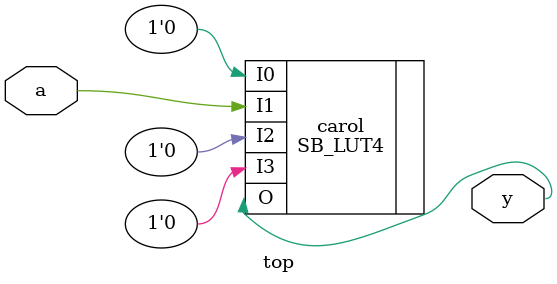
<source format=v>
module top(input a, output y);
	(* syn_noprune *)
	SB_LUT4 #(
		.LUT_INIT(16'b1101001011011101)
	) carol (
		.I0(1'b0),
		.I1(a),
		.I2(1'b0),
		.I3(1'b0),
		.O(y)
	);
endmodule

</source>
